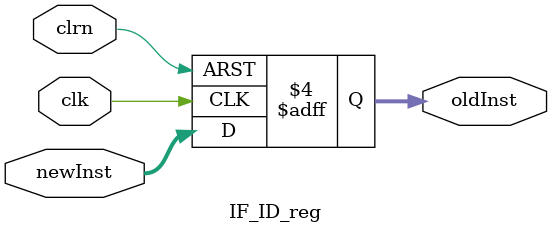
<source format=v>
`timescale 1ns / 1ps
module IF_ID_reg(newInst,oldInst,clk,clrn
    );
	 input [31:0] newInst;
	 output [31:0] oldInst;
	 input clk,clrn;

	  reg [31:0] oldInst;
	  always @(negedge clrn or posedge clk)
			if(clrn == 0)
				begin
					oldInst <= 0;
				end
			else
				begin
					oldInst <= newInst;
				end
				
		initial
			begin
				oldInst = 0;
			end
endmodule

</source>
